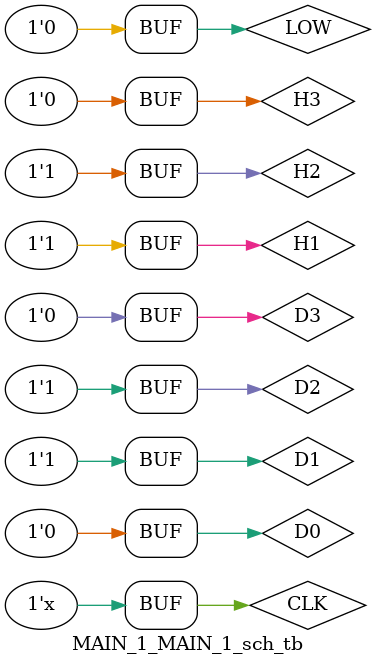
<source format=v>

`timescale 1ns / 1ps

module MAIN_1_MAIN_1_sch_tb();

// Inputs
   reg H3;
   reg H2;
   reg H1;
   reg LOW;
   reg D3;
   reg D2;
   reg D1;
   reg D0;
   reg CLK;

// Output
   wire BB;
   wire CC;
   wire AA;
   wire A;
   wire B;
   wire C;

// Bidirs

// Instantiate the UUT
   MAIN_1 UUT (
		.H3(H3), 
		.H2(H2), 
		.H1(H1), 
		.LOW(LOW), 
		.D3(D3), 
		.D2(D2), 
		.D1(D1), 
		.D0(D0), 
		.CLK(CLK), 
		.BB(BB), 
		.CC(CC), 
		.AA(AA), 
		.A(A), 
		.B(B), 
		.C(C)
   );
// Initialize Inputs
   initial begin
		LOW = 0;
		H3 = 0;
		H2 = 0;
		H1 = 0;
		D3 = 0;
		D2 = 1;
		D1 = 1;
		D0 = 0;
		CLK=1;
		
   end
	always begin
	#20;
	CLK=~CLK;
	end
	always begin
	H1=1;
	#2000;
	H1=0;
	#3000;
	H1=1;
	#1000;	
	end
	always begin
	H2=0;
	#3000;
	H2=1;
	#3000;
	end
	always begin
	H3=0;
	#1000;
	H3=1;
	#3000;
	H3=0;
	#2000;
	end


endmodule

</source>
